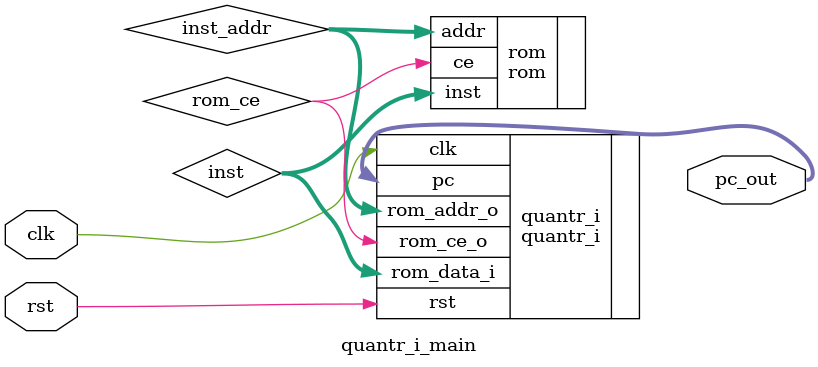
<source format=v>
`include "constant.v"
module quantr_i_main (
    input wire clk,
    input wire rst,
    output wire [63:0] pc_out
);

    wire [63:0] inst_addr;
    wire [31:0] inst;
    wire rom_ce;

    quantr_i quantr_i(
        .clk(clk),
        .rst(rst),
        .rom_data_i(inst),
        .rom_addr_o(inst_addr),
        .rom_ce_o(rom_ce),
        .pc(pc_out)
    );

    rom rom(
        .ce(rom_ce),
        .addr(inst_addr),
        .inst(inst)
    );
    
endmodule

</source>
